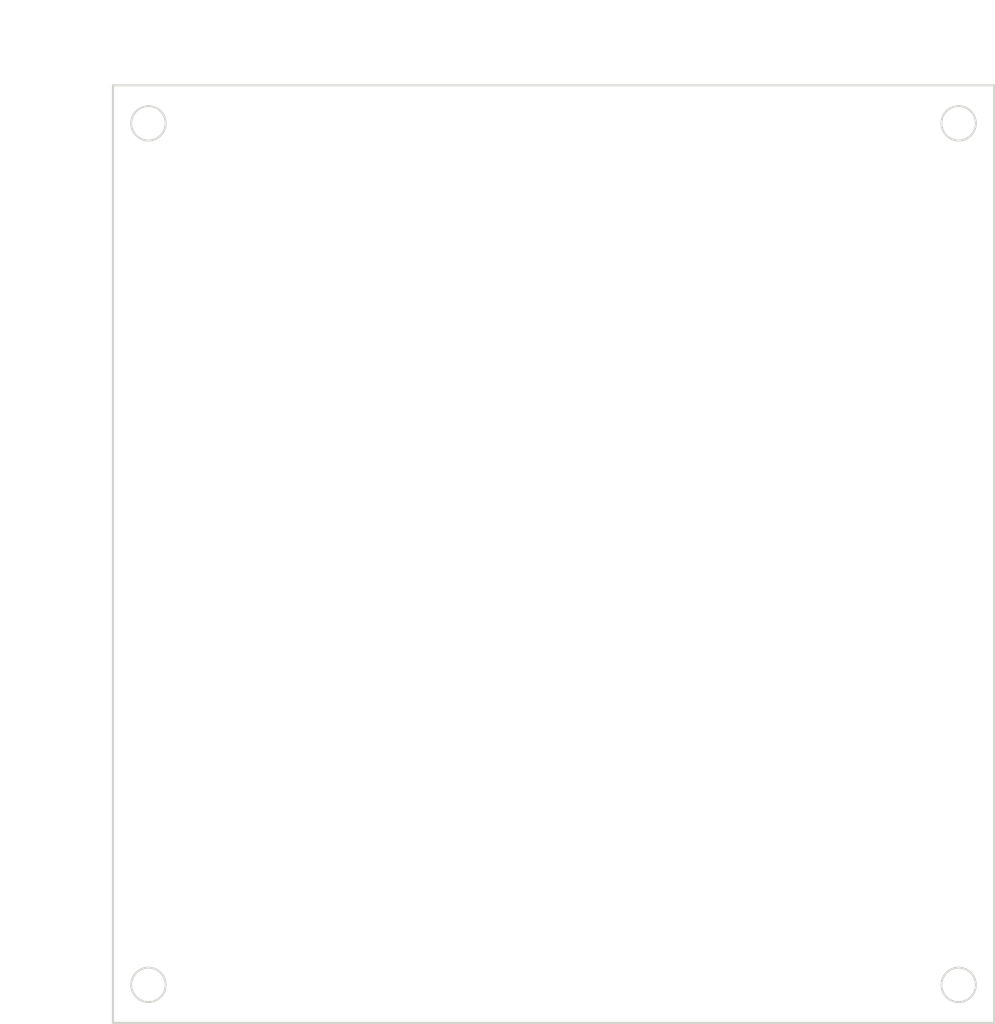
<source format=kicad_pcb>
(kicad_pcb (version 20171130) (host pcbnew 5.1.5-52549c5~84~ubuntu19.10.1)

  (general
    (thickness 1.6)
    (drawings 38)
    (tracks 0)
    (zones 0)
    (modules 0)
    (nets 1)
  )

  (page A4)
  (layers
    (0 F.Cu signal)
    (31 B.Cu signal)
    (32 B.Adhes user)
    (33 F.Adhes user)
    (34 B.Paste user)
    (35 F.Paste user)
    (36 B.SilkS user)
    (37 F.SilkS user)
    (38 B.Mask user)
    (39 F.Mask user)
    (40 Dwgs.User user)
    (41 Cmts.User user)
    (42 Eco1.User user)
    (43 Eco2.User user)
    (44 Edge.Cuts user)
    (45 Margin user)
    (46 B.CrtYd user)
    (47 F.CrtYd user)
    (48 B.Fab user)
    (49 F.Fab user)
  )

  (setup
    (last_trace_width 0.25)
    (trace_clearance 0.2)
    (zone_clearance 0.508)
    (zone_45_only no)
    (trace_min 0.2)
    (via_size 0.8)
    (via_drill 0.4)
    (via_min_size 0.4)
    (via_min_drill 0.3)
    (uvia_size 0.3)
    (uvia_drill 0.1)
    (uvias_allowed no)
    (uvia_min_size 0.2)
    (uvia_min_drill 0.1)
    (edge_width 0.05)
    (segment_width 0.2)
    (pcb_text_width 0.3)
    (pcb_text_size 1.5 1.5)
    (mod_edge_width 0.12)
    (mod_text_size 1 1)
    (mod_text_width 0.15)
    (pad_size 1.524 1.524)
    (pad_drill 0.762)
    (pad_to_mask_clearance 0.051)
    (solder_mask_min_width 0.25)
    (aux_axis_origin 0 0)
    (grid_origin 106.8 144.25)
    (visible_elements FFFFFF7F)
    (pcbplotparams
      (layerselection 0x010fc_ffffffff)
      (usegerberextensions false)
      (usegerberattributes false)
      (usegerberadvancedattributes false)
      (creategerberjobfile false)
      (excludeedgelayer true)
      (linewidth 0.100000)
      (plotframeref false)
      (viasonmask false)
      (mode 1)
      (useauxorigin false)
      (hpglpennumber 1)
      (hpglpenspeed 20)
      (hpglpendiameter 15.000000)
      (psnegative false)
      (psa4output false)
      (plotreference true)
      (plotvalue true)
      (plotinvisibletext false)
      (padsonsilk false)
      (subtractmaskfromsilk false)
      (outputformat 1)
      (mirror false)
      (drillshape 1)
      (scaleselection 1)
      (outputdirectory ""))
  )

  (net 0 "")

  (net_class Default "This is the default net class."
    (clearance 0.2)
    (trace_width 0.25)
    (via_dia 0.8)
    (via_drill 0.4)
    (uvia_dia 0.3)
    (uvia_drill 0.1)
  )

  (gr_text "CONNECTORS AREA" (at 111.9 96.23 90) (layer Dwgs.User) (tstamp 5DC55CA6)
    (effects (font (size 2.54 2.54) (thickness 0.15)))
  )
  (gr_text "CONNECTORS AREA" (at 188.98 95.96 270) (layer Dwgs.User)
    (effects (font (size 2.54 2.54) (thickness 0.15)))
  )
  (gr_line (start 107.64 137.759999) (end 107.64 135.399999) (layer Dwgs.User) (width 0.1))
  (gr_arc (start 110.292998 55.55) (end 107.64 58.34) (angle -182.4758215) (layer Dwgs.User) (width 0.1))
  (gr_arc (start 190.292998 140.55) (end 192.945996 137.76) (angle -182.4758215) (layer Dwgs.User) (width 0.1))
  (gr_arc (start 190.292998 55.55) (end 187.762998 52.648001) (angle -182.4758215) (layer Dwgs.User) (width 0.1))
  (gr_line (start 187.762998 143.451999) (end 112.822998 143.452) (layer Dwgs.User) (width 0.1))
  (gr_line (start 107.64 135.399999) (end 117.29 135.4) (layer Dwgs.User) (width 0.1))
  (gr_line (start 192.945996 58.34) (end 192.945996 60.7) (layer Dwgs.User) (width 0.1))
  (gr_line (start 192.945996 135.4) (end 192.945996 137.76) (layer Dwgs.User) (width 0.1))
  (gr_arc (start 110.292998 140.55) (end 112.822998 143.452) (angle -182.4758215) (layer Dwgs.User) (width 0.1))
  (gr_line (start 192.945996 60.7) (end 183.295996 60.7) (layer Dwgs.User) (width 0.1))
  (gr_line (start 117.29 135.4) (end 117.29 60.699999) (layer Dwgs.User) (width 0.1))
  (gr_line (start 117.29 60.699999) (end 107.64 60.7) (layer Dwgs.User) (width 0.1))
  (gr_line (start 183.295996 60.7) (end 183.295996 135.4) (layer Dwgs.User) (width 0.1))
  (gr_line (start 183.295996 135.4) (end 192.945996 135.4) (layer Dwgs.User) (width 0.1))
  (gr_line (start 112.822998 52.648001) (end 187.762998 52.648001) (layer Dwgs.User) (width 0.1))
  (gr_line (start 107.64 60.7) (end 107.64 58.34) (layer Dwgs.User) (width 0.1))
  (dimension 85 (width 0.15) (layer Dwgs.User)
    (gr_text "85,000 mm" (at 102.18 98 270) (layer Dwgs.User)
      (effects (font (size 1 1) (thickness 0.15)))
    )
    (feature1 (pts (xy 110.3 140.5) (xy 102.893579 140.5)))
    (feature2 (pts (xy 110.3 55.5) (xy 102.893579 55.5)))
    (crossbar (pts (xy 103.48 55.5) (xy 103.48 140.5)))
    (arrow1a (pts (xy 103.48 140.5) (xy 102.893579 139.373496)))
    (arrow1b (pts (xy 103.48 140.5) (xy 104.066421 139.373496)))
    (arrow2a (pts (xy 103.48 55.5) (xy 102.893579 56.626504)))
    (arrow2b (pts (xy 103.48 55.5) (xy 104.066421 56.626504)))
  )
  (dimension 80 (width 0.15) (layer Dwgs.User)
    (gr_text "80,000 mm" (at 150.3 46.68) (layer Dwgs.User)
      (effects (font (size 1 1) (thickness 0.15)))
    )
    (feature1 (pts (xy 110.3 55.5) (xy 110.3 47.393579)))
    (feature2 (pts (xy 190.3 55.5) (xy 190.3 47.393579)))
    (crossbar (pts (xy 190.3 47.98) (xy 110.3 47.98)))
    (arrow1a (pts (xy 110.3 47.98) (xy 111.426504 47.393579)))
    (arrow1b (pts (xy 110.3 47.98) (xy 111.426504 48.566421)))
    (arrow2a (pts (xy 190.3 47.98) (xy 189.173496 47.393579)))
    (arrow2b (pts (xy 190.3 47.98) (xy 189.173496 48.566421)))
  )
  (dimension 92.5 (width 0.15) (layer Dwgs.User)
    (gr_text "92,500 mm" (at 99.31 98 270) (layer Dwgs.User)
      (effects (font (size 1 1) (thickness 0.15)))
    )
    (feature1 (pts (xy 106.8 144.25) (xy 100.023579 144.25)))
    (feature2 (pts (xy 106.8 51.75) (xy 100.023579 51.75)))
    (crossbar (pts (xy 100.61 51.75) (xy 100.61 144.25)))
    (arrow1a (pts (xy 100.61 144.25) (xy 100.023579 143.123496)))
    (arrow1b (pts (xy 100.61 144.25) (xy 101.196421 143.123496)))
    (arrow2a (pts (xy 100.61 51.75) (xy 100.023579 52.876504)))
    (arrow2b (pts (xy 100.61 51.75) (xy 101.196421 52.876504)))
  )
  (dimension 87 (width 0.15) (layer Dwgs.User)
    (gr_text "87,000 mm" (at 150.3 44.03) (layer Dwgs.User)
      (effects (font (size 1 1) (thickness 0.15)))
    )
    (feature1 (pts (xy 193.8 51.75) (xy 193.8 44.743579)))
    (feature2 (pts (xy 106.8 51.75) (xy 106.8 44.743579)))
    (crossbar (pts (xy 106.8 45.33) (xy 193.8 45.33)))
    (arrow1a (pts (xy 193.8 45.33) (xy 192.673496 45.916421)))
    (arrow1b (pts (xy 193.8 45.33) (xy 192.673496 44.743579)))
    (arrow2a (pts (xy 106.8 45.33) (xy 107.926504 45.916421)))
    (arrow2b (pts (xy 106.8 45.33) (xy 107.926504 44.743579)))
  )
  (gr_circle (center 190.3 140.499999) (end 192 140.499999) (layer Dwgs.User) (width 0.2))
  (gr_line (start 106.8 144.25) (end 106.8 51.75) (layer Dwgs.User) (width 0.2))
  (gr_line (start 193.8 144.25) (end 106.8 144.25) (layer Dwgs.User) (width 0.2))
  (gr_circle (center 110.3 140.5) (end 112 140.5) (layer Dwgs.User) (width 0.2))
  (gr_line (start 193.8 51.75) (end 193.8 144.25) (layer Dwgs.User) (width 0.2))
  (gr_circle (center 190.3 55.5) (end 192 55.5) (layer Dwgs.User) (width 0.2))
  (gr_circle (center 110.3 55.5) (end 112 55.5) (layer Dwgs.User) (width 0.2))
  (gr_line (start 106.8 51.75) (end 193.8 51.75) (layer Dwgs.User) (width 0.2))
  (gr_line (start 106.8 51.75) (end 193.8 51.75) (layer Edge.Cuts) (width 0.2))
  (gr_circle (center 190.3 55.5) (end 192 55.5) (layer Edge.Cuts) (width 0.2))
  (gr_line (start 193.8 51.75) (end 193.8 144.25) (layer Edge.Cuts) (width 0.2))
  (gr_line (start 106.8 144.25) (end 106.8 51.75) (layer Edge.Cuts) (width 0.2))
  (gr_line (start 193.8 144.25) (end 106.8 144.25) (layer Edge.Cuts) (width 0.2))
  (gr_circle (center 110.3 140.5) (end 112 140.5) (layer Edge.Cuts) (width 0.2))
  (gr_circle (center 190.3 140.499999) (end 192 140.499999) (layer Edge.Cuts) (width 0.2))
  (gr_circle (center 110.3 55.5) (end 112 55.5) (layer Edge.Cuts) (width 0.2))

)

</source>
